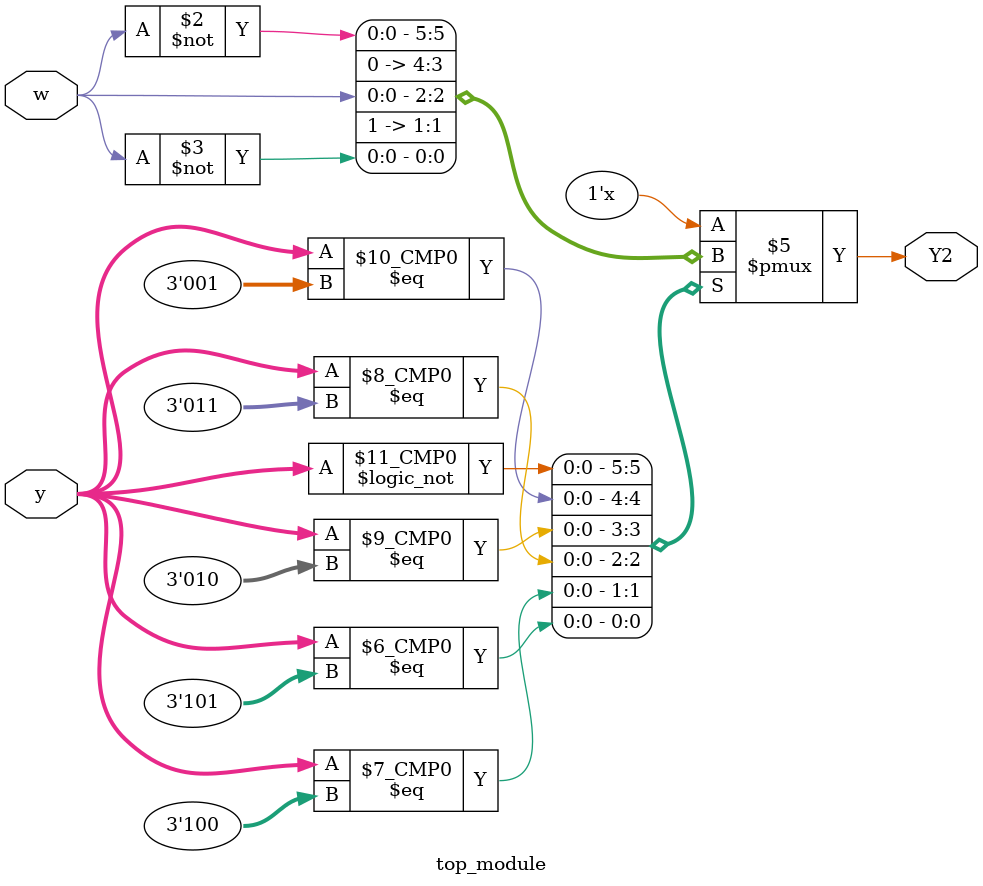
<source format=sv>
module top_module(
    input [3:1] y,
    input w,
    output reg Y2
);

always @(*) begin
    case (y)
        3'b000: Y2 = ~w;
        3'b001: Y2 = 1'b0;
        3'b010: Y2 = 1'b0;
        3'b011: Y2 = w;
        3'b100: Y2 = 1'b1;
        3'b101: Y2 = ~w;
        default: Y2 = 1'bx;
    endcase
end

endmodule

</source>
